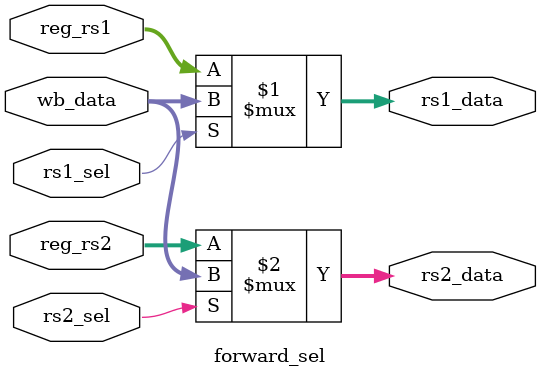
<source format=v>
module forward_sel (
    input rs1_sel,
    input rs2_sel,
    input [31:0] wb_data,
    input [31:0] reg_rs1,
    input [31:0] reg_rs2,
    output [31:0] rs1_data,
    output [31:0] rs2_data
);

    assign rs1_data = rs1_sel ? wb_data : reg_rs1;
    assign rs2_data = rs2_sel ? wb_data : reg_rs2;

endmodule
</source>
